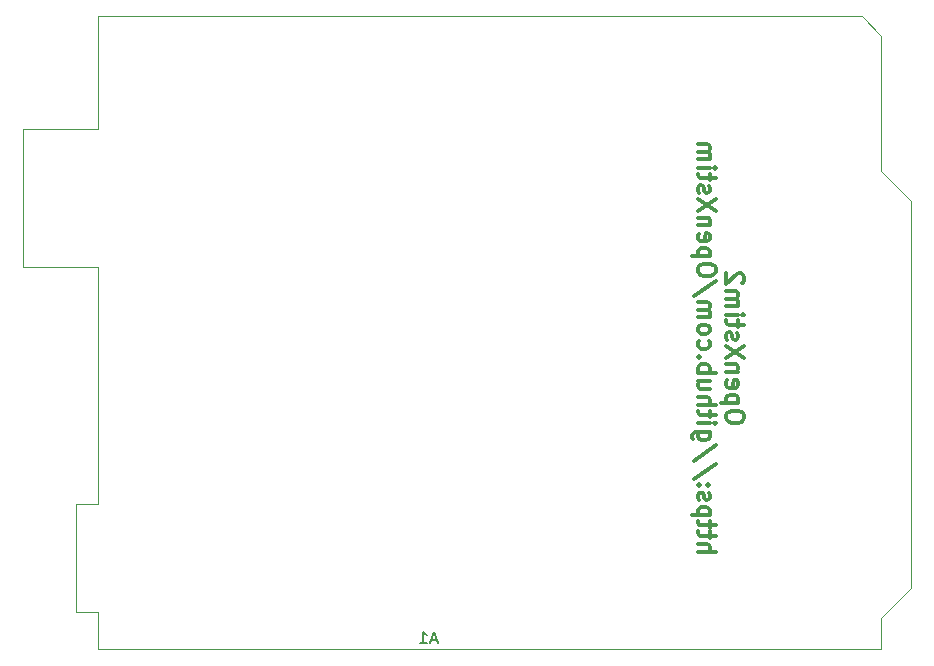
<source format=gbo>
G04 #@! TF.GenerationSoftware,KiCad,Pcbnew,(6.0.4)*
G04 #@! TF.CreationDate,2023-10-19T14:50:22+10:00*
G04 #@! TF.ProjectId,OpenXstim,4f70656e-5873-4746-996d-2e6b69636164,rev?*
G04 #@! TF.SameCoordinates,Original*
G04 #@! TF.FileFunction,Legend,Bot*
G04 #@! TF.FilePolarity,Positive*
%FSLAX46Y46*%
G04 Gerber Fmt 4.6, Leading zero omitted, Abs format (unit mm)*
G04 Created by KiCad (PCBNEW (6.0.4)) date 2023-10-19 14:50:22*
%MOMM*%
%LPD*%
G01*
G04 APERTURE LIST*
%ADD10C,0.300000*%
%ADD11C,0.150000*%
%ADD12C,0.120000*%
%ADD13R,1.700000X1.700000*%
%ADD14O,1.700000X1.700000*%
%ADD15C,2.600000*%
%ADD16C,1.800000*%
%ADD17R,1.800000X1.800000*%
%ADD18O,1.508000X3.016000*%
%ADD19O,3.016000X1.508000*%
%ADD20R,2.000000X2.000000*%
%ADD21C,2.000000*%
%ADD22R,1.408000X1.408000*%
%ADD23C,1.408000*%
%ADD24R,1.600000X1.600000*%
%ADD25O,1.600000X1.600000*%
G04 APERTURE END LIST*
D10*
X228698528Y-97810685D02*
X228698528Y-97524971D01*
X228627100Y-97382114D01*
X228484242Y-97239257D01*
X228198528Y-97167828D01*
X227698528Y-97167828D01*
X227412814Y-97239257D01*
X227269957Y-97382114D01*
X227198528Y-97524971D01*
X227198528Y-97810685D01*
X227269957Y-97953542D01*
X227412814Y-98096400D01*
X227698528Y-98167828D01*
X228198528Y-98167828D01*
X228484242Y-98096400D01*
X228627100Y-97953542D01*
X228698528Y-97810685D01*
X228198528Y-96524971D02*
X226698528Y-96524971D01*
X228127100Y-96524971D02*
X228198528Y-96382114D01*
X228198528Y-96096400D01*
X228127100Y-95953542D01*
X228055671Y-95882114D01*
X227912814Y-95810685D01*
X227484242Y-95810685D01*
X227341385Y-95882114D01*
X227269957Y-95953542D01*
X227198528Y-96096400D01*
X227198528Y-96382114D01*
X227269957Y-96524971D01*
X227269957Y-94596400D02*
X227198528Y-94739257D01*
X227198528Y-95024971D01*
X227269957Y-95167828D01*
X227412814Y-95239257D01*
X227984242Y-95239257D01*
X228127100Y-95167828D01*
X228198528Y-95024971D01*
X228198528Y-94739257D01*
X228127100Y-94596400D01*
X227984242Y-94524971D01*
X227841385Y-94524971D01*
X227698528Y-95239257D01*
X228198528Y-93882114D02*
X227198528Y-93882114D01*
X228055671Y-93882114D02*
X228127100Y-93810685D01*
X228198528Y-93667828D01*
X228198528Y-93453542D01*
X228127100Y-93310685D01*
X227984242Y-93239257D01*
X227198528Y-93239257D01*
X228698528Y-92667828D02*
X227198528Y-91667828D01*
X228698528Y-91667828D02*
X227198528Y-92667828D01*
X227269957Y-91167828D02*
X227198528Y-91024971D01*
X227198528Y-90739257D01*
X227269957Y-90596400D01*
X227412814Y-90524971D01*
X227484242Y-90524971D01*
X227627100Y-90596400D01*
X227698528Y-90739257D01*
X227698528Y-90953542D01*
X227769957Y-91096400D01*
X227912814Y-91167828D01*
X227984242Y-91167828D01*
X228127100Y-91096400D01*
X228198528Y-90953542D01*
X228198528Y-90739257D01*
X228127100Y-90596400D01*
X228198528Y-90096400D02*
X228198528Y-89524971D01*
X228698528Y-89882114D02*
X227412814Y-89882114D01*
X227269957Y-89810685D01*
X227198528Y-89667828D01*
X227198528Y-89524971D01*
X227198528Y-89024971D02*
X228198528Y-89024971D01*
X228698528Y-89024971D02*
X228627100Y-89096400D01*
X228555671Y-89024971D01*
X228627100Y-88953542D01*
X228698528Y-89024971D01*
X228555671Y-89024971D01*
X227198528Y-88310685D02*
X228198528Y-88310685D01*
X228055671Y-88310685D02*
X228127100Y-88239257D01*
X228198528Y-88096400D01*
X228198528Y-87882114D01*
X228127100Y-87739257D01*
X227984242Y-87667828D01*
X227198528Y-87667828D01*
X227984242Y-87667828D02*
X228127100Y-87596400D01*
X228198528Y-87453542D01*
X228198528Y-87239257D01*
X228127100Y-87096400D01*
X227984242Y-87024971D01*
X227198528Y-87024971D01*
X228555671Y-86382114D02*
X228627100Y-86310685D01*
X228698528Y-86167828D01*
X228698528Y-85810685D01*
X228627100Y-85667828D01*
X228555671Y-85596400D01*
X228412814Y-85524971D01*
X228269957Y-85524971D01*
X228055671Y-85596400D01*
X227198528Y-86453542D01*
X227198528Y-85524971D01*
X224783528Y-109096400D02*
X226283528Y-109096400D01*
X224783528Y-108453542D02*
X225569242Y-108453542D01*
X225712100Y-108524971D01*
X225783528Y-108667828D01*
X225783528Y-108882114D01*
X225712100Y-109024971D01*
X225640671Y-109096400D01*
X225783528Y-107953542D02*
X225783528Y-107382114D01*
X226283528Y-107739257D02*
X224997814Y-107739257D01*
X224854957Y-107667828D01*
X224783528Y-107524971D01*
X224783528Y-107382114D01*
X225783528Y-107096400D02*
X225783528Y-106524971D01*
X226283528Y-106882114D02*
X224997814Y-106882114D01*
X224854957Y-106810685D01*
X224783528Y-106667828D01*
X224783528Y-106524971D01*
X225783528Y-106024971D02*
X224283528Y-106024971D01*
X225712100Y-106024971D02*
X225783528Y-105882114D01*
X225783528Y-105596400D01*
X225712100Y-105453542D01*
X225640671Y-105382114D01*
X225497814Y-105310685D01*
X225069242Y-105310685D01*
X224926385Y-105382114D01*
X224854957Y-105453542D01*
X224783528Y-105596400D01*
X224783528Y-105882114D01*
X224854957Y-106024971D01*
X224854957Y-104739257D02*
X224783528Y-104596400D01*
X224783528Y-104310685D01*
X224854957Y-104167828D01*
X224997814Y-104096400D01*
X225069242Y-104096400D01*
X225212100Y-104167828D01*
X225283528Y-104310685D01*
X225283528Y-104524971D01*
X225354957Y-104667828D01*
X225497814Y-104739257D01*
X225569242Y-104739257D01*
X225712100Y-104667828D01*
X225783528Y-104524971D01*
X225783528Y-104310685D01*
X225712100Y-104167828D01*
X224926385Y-103453542D02*
X224854957Y-103382114D01*
X224783528Y-103453542D01*
X224854957Y-103524971D01*
X224926385Y-103453542D01*
X224783528Y-103453542D01*
X225712100Y-103453542D02*
X225640671Y-103382114D01*
X225569242Y-103453542D01*
X225640671Y-103524971D01*
X225712100Y-103453542D01*
X225569242Y-103453542D01*
X226354957Y-101667828D02*
X224426385Y-102953542D01*
X226354957Y-100096400D02*
X224426385Y-101382114D01*
X225783528Y-98953542D02*
X224569242Y-98953542D01*
X224426385Y-99024971D01*
X224354957Y-99096400D01*
X224283528Y-99239257D01*
X224283528Y-99453542D01*
X224354957Y-99596400D01*
X224854957Y-98953542D02*
X224783528Y-99096400D01*
X224783528Y-99382114D01*
X224854957Y-99524971D01*
X224926385Y-99596400D01*
X225069242Y-99667828D01*
X225497814Y-99667828D01*
X225640671Y-99596400D01*
X225712100Y-99524971D01*
X225783528Y-99382114D01*
X225783528Y-99096400D01*
X225712100Y-98953542D01*
X224783528Y-98239257D02*
X225783528Y-98239257D01*
X226283528Y-98239257D02*
X226212100Y-98310685D01*
X226140671Y-98239257D01*
X226212100Y-98167828D01*
X226283528Y-98239257D01*
X226140671Y-98239257D01*
X225783528Y-97739257D02*
X225783528Y-97167828D01*
X226283528Y-97524971D02*
X224997814Y-97524971D01*
X224854957Y-97453542D01*
X224783528Y-97310685D01*
X224783528Y-97167828D01*
X224783528Y-96667828D02*
X226283528Y-96667828D01*
X224783528Y-96024971D02*
X225569242Y-96024971D01*
X225712100Y-96096400D01*
X225783528Y-96239257D01*
X225783528Y-96453542D01*
X225712100Y-96596400D01*
X225640671Y-96667828D01*
X225783528Y-94667828D02*
X224783528Y-94667828D01*
X225783528Y-95310685D02*
X224997814Y-95310685D01*
X224854957Y-95239257D01*
X224783528Y-95096400D01*
X224783528Y-94882114D01*
X224854957Y-94739257D01*
X224926385Y-94667828D01*
X224783528Y-93953542D02*
X226283528Y-93953542D01*
X225712100Y-93953542D02*
X225783528Y-93810685D01*
X225783528Y-93524971D01*
X225712100Y-93382114D01*
X225640671Y-93310685D01*
X225497814Y-93239257D01*
X225069242Y-93239257D01*
X224926385Y-93310685D01*
X224854957Y-93382114D01*
X224783528Y-93524971D01*
X224783528Y-93810685D01*
X224854957Y-93953542D01*
X224926385Y-92596400D02*
X224854957Y-92524971D01*
X224783528Y-92596400D01*
X224854957Y-92667828D01*
X224926385Y-92596400D01*
X224783528Y-92596400D01*
X224854957Y-91239257D02*
X224783528Y-91382114D01*
X224783528Y-91667828D01*
X224854957Y-91810685D01*
X224926385Y-91882114D01*
X225069242Y-91953542D01*
X225497814Y-91953542D01*
X225640671Y-91882114D01*
X225712100Y-91810685D01*
X225783528Y-91667828D01*
X225783528Y-91382114D01*
X225712100Y-91239257D01*
X224783528Y-90382114D02*
X224854957Y-90524971D01*
X224926385Y-90596400D01*
X225069242Y-90667828D01*
X225497814Y-90667828D01*
X225640671Y-90596400D01*
X225712100Y-90524971D01*
X225783528Y-90382114D01*
X225783528Y-90167828D01*
X225712100Y-90024971D01*
X225640671Y-89953542D01*
X225497814Y-89882114D01*
X225069242Y-89882114D01*
X224926385Y-89953542D01*
X224854957Y-90024971D01*
X224783528Y-90167828D01*
X224783528Y-90382114D01*
X224783528Y-89239257D02*
X225783528Y-89239257D01*
X225640671Y-89239257D02*
X225712100Y-89167828D01*
X225783528Y-89024971D01*
X225783528Y-88810685D01*
X225712100Y-88667828D01*
X225569242Y-88596400D01*
X224783528Y-88596400D01*
X225569242Y-88596400D02*
X225712100Y-88524971D01*
X225783528Y-88382114D01*
X225783528Y-88167828D01*
X225712100Y-88024971D01*
X225569242Y-87953542D01*
X224783528Y-87953542D01*
X226354957Y-86167828D02*
X224426385Y-87453542D01*
X226283528Y-85382114D02*
X226283528Y-85096400D01*
X226212100Y-84953542D01*
X226069242Y-84810685D01*
X225783528Y-84739257D01*
X225283528Y-84739257D01*
X224997814Y-84810685D01*
X224854957Y-84953542D01*
X224783528Y-85096400D01*
X224783528Y-85382114D01*
X224854957Y-85524971D01*
X224997814Y-85667828D01*
X225283528Y-85739257D01*
X225783528Y-85739257D01*
X226069242Y-85667828D01*
X226212100Y-85524971D01*
X226283528Y-85382114D01*
X225783528Y-84096400D02*
X224283528Y-84096400D01*
X225712100Y-84096400D02*
X225783528Y-83953542D01*
X225783528Y-83667828D01*
X225712100Y-83524971D01*
X225640671Y-83453542D01*
X225497814Y-83382114D01*
X225069242Y-83382114D01*
X224926385Y-83453542D01*
X224854957Y-83524971D01*
X224783528Y-83667828D01*
X224783528Y-83953542D01*
X224854957Y-84096400D01*
X224854957Y-82167828D02*
X224783528Y-82310685D01*
X224783528Y-82596400D01*
X224854957Y-82739257D01*
X224997814Y-82810685D01*
X225569242Y-82810685D01*
X225712100Y-82739257D01*
X225783528Y-82596400D01*
X225783528Y-82310685D01*
X225712100Y-82167828D01*
X225569242Y-82096400D01*
X225426385Y-82096400D01*
X225283528Y-82810685D01*
X225783528Y-81453542D02*
X224783528Y-81453542D01*
X225640671Y-81453542D02*
X225712100Y-81382114D01*
X225783528Y-81239257D01*
X225783528Y-81024971D01*
X225712100Y-80882114D01*
X225569242Y-80810685D01*
X224783528Y-80810685D01*
X226283528Y-80239257D02*
X224783528Y-79239257D01*
X226283528Y-79239257D02*
X224783528Y-80239257D01*
X224854957Y-78739257D02*
X224783528Y-78596400D01*
X224783528Y-78310685D01*
X224854957Y-78167828D01*
X224997814Y-78096400D01*
X225069242Y-78096400D01*
X225212100Y-78167828D01*
X225283528Y-78310685D01*
X225283528Y-78524971D01*
X225354957Y-78667828D01*
X225497814Y-78739257D01*
X225569242Y-78739257D01*
X225712100Y-78667828D01*
X225783528Y-78524971D01*
X225783528Y-78310685D01*
X225712100Y-78167828D01*
X225783528Y-77667828D02*
X225783528Y-77096400D01*
X226283528Y-77453542D02*
X224997814Y-77453542D01*
X224854957Y-77382114D01*
X224783528Y-77239257D01*
X224783528Y-77096400D01*
X224783528Y-76596400D02*
X225783528Y-76596400D01*
X226283528Y-76596400D02*
X226212100Y-76667828D01*
X226140671Y-76596400D01*
X226212100Y-76524971D01*
X226283528Y-76596400D01*
X226140671Y-76596400D01*
X224783528Y-75882114D02*
X225783528Y-75882114D01*
X225640671Y-75882114D02*
X225712100Y-75810685D01*
X225783528Y-75667828D01*
X225783528Y-75453542D01*
X225712100Y-75310685D01*
X225569242Y-75239257D01*
X224783528Y-75239257D01*
X225569242Y-75239257D02*
X225712100Y-75167828D01*
X225783528Y-75024971D01*
X225783528Y-74810685D01*
X225712100Y-74667828D01*
X225569242Y-74596400D01*
X224783528Y-74596400D01*
D11*
X202669685Y-116574866D02*
X202193495Y-116574866D01*
X202764923Y-116860580D02*
X202431590Y-115860580D01*
X202098257Y-116860580D01*
X201241114Y-116860580D02*
X201812542Y-116860580D01*
X201526828Y-116860580D02*
X201526828Y-115860580D01*
X201622066Y-116003438D01*
X201717304Y-116098676D01*
X201812542Y-116146295D01*
D12*
X167637000Y-84986400D02*
X167637000Y-73306400D01*
X173987000Y-63776400D02*
X238637000Y-63776400D01*
X240287000Y-114706400D02*
X240287000Y-117376400D01*
X173987000Y-117376400D02*
X173987000Y-114196400D01*
X238637000Y-63776400D02*
X240287000Y-65426400D01*
X240287000Y-76856400D02*
X242827000Y-79396400D01*
X173987000Y-84986400D02*
X167637000Y-84986400D01*
X172087000Y-105056400D02*
X173987000Y-105056400D01*
X242827000Y-79396400D02*
X242827000Y-112166400D01*
X242827000Y-112166400D02*
X240287000Y-114706400D01*
X173987000Y-73306400D02*
X173987000Y-63776400D01*
X240287000Y-65426400D02*
X240287000Y-76856400D01*
X172087000Y-114196400D02*
X172087000Y-105056400D01*
X167637000Y-73306400D02*
X173987000Y-73306400D01*
X173987000Y-105056400D02*
X173987000Y-84986400D01*
X173987000Y-114196400D02*
X172087000Y-114196400D01*
X240287000Y-117376400D02*
X173987000Y-117376400D01*
%LPC*%
D13*
X237241000Y-104292400D03*
D14*
X234701000Y-104292400D03*
D15*
X209448400Y-95109600D03*
X209448400Y-83909600D03*
D16*
X216948400Y-92009600D03*
X216948400Y-87009600D03*
X216948400Y-89509600D03*
D17*
X202448400Y-92009600D03*
D16*
X202448400Y-87009600D03*
D18*
X239636000Y-97332800D03*
D19*
X234936000Y-100732800D03*
X234936000Y-93732800D03*
D20*
X180949600Y-84490400D03*
D21*
X180949600Y-92090400D03*
D13*
X234640200Y-76809600D03*
D14*
X237180200Y-76809600D03*
D13*
X177008000Y-101396800D03*
D14*
X179548000Y-101396800D03*
X187168000Y-101396800D03*
X189708000Y-101396800D03*
X192248000Y-101396800D03*
X194788000Y-101396800D03*
D13*
X222212800Y-70764400D03*
D14*
X224752800Y-70764400D03*
X227292800Y-70764400D03*
X229832800Y-70764400D03*
D18*
X239585200Y-83667600D03*
D19*
X234885200Y-87067600D03*
X234885200Y-80067600D03*
D13*
X177008000Y-80111600D03*
D14*
X179548000Y-80111600D03*
X187168000Y-80111600D03*
X189708000Y-80111600D03*
X192248000Y-80111600D03*
X194788000Y-80111600D03*
D13*
X176530000Y-67152600D03*
D14*
X176530000Y-69692600D03*
D22*
X178645100Y-114046000D03*
D23*
X181145100Y-114046000D03*
X183645100Y-114046000D03*
D13*
X237241000Y-90525600D03*
D14*
X234701000Y-90525600D03*
D24*
X202057000Y-114706400D03*
D25*
X204597000Y-114706400D03*
X207137000Y-114706400D03*
X209677000Y-114706400D03*
X212217000Y-114706400D03*
X214757000Y-114706400D03*
X217297000Y-114706400D03*
X219837000Y-114706400D03*
X224917000Y-114706400D03*
X227457000Y-114706400D03*
X229997000Y-114706400D03*
X232537000Y-114706400D03*
X235077000Y-114706400D03*
X237617000Y-114706400D03*
X237617000Y-66446400D03*
X235077000Y-66446400D03*
X232537000Y-66446400D03*
X229997000Y-66446400D03*
X227457000Y-66446400D03*
X224917000Y-66446400D03*
X222377000Y-66446400D03*
X219837000Y-66446400D03*
X215777000Y-66446400D03*
X213237000Y-66446400D03*
X210697000Y-66446400D03*
X208157000Y-66446400D03*
X205617000Y-66446400D03*
X203077000Y-66446400D03*
X200537000Y-66446400D03*
X197997000Y-66446400D03*
X195457000Y-66446400D03*
X192917000Y-66446400D03*
M02*

</source>
